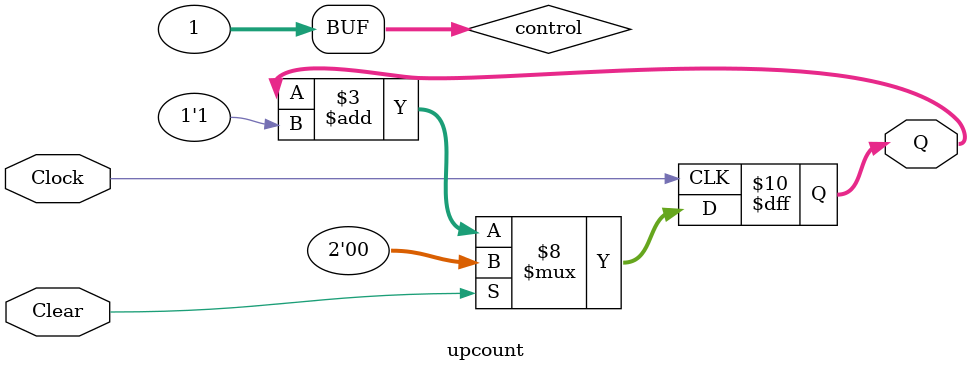
<source format=v>
/*
	CEFET-MG
	Disciplina de Laboratório de Arquitetura e Organização de Computadores II
	Data: 11/12/2021
	Alunos: Fernando Veizaga e Alanis Castro
*/

module upcount(Clear, Clock, Q);
	integer control;
	input Clear, Clock;
	output [1:0] Q;
	reg [1:0] Q;
	
	initial begin
		Q <= 2'b0;
		control = 1;
	end
	
	always @(posedge Clock)
		if (Clear)
		begin
			Q <= 2'b0;
		end
		
		else if(control == 1)
		begin
			Q <= Q + 1'b1;
		end
endmodule

</source>
